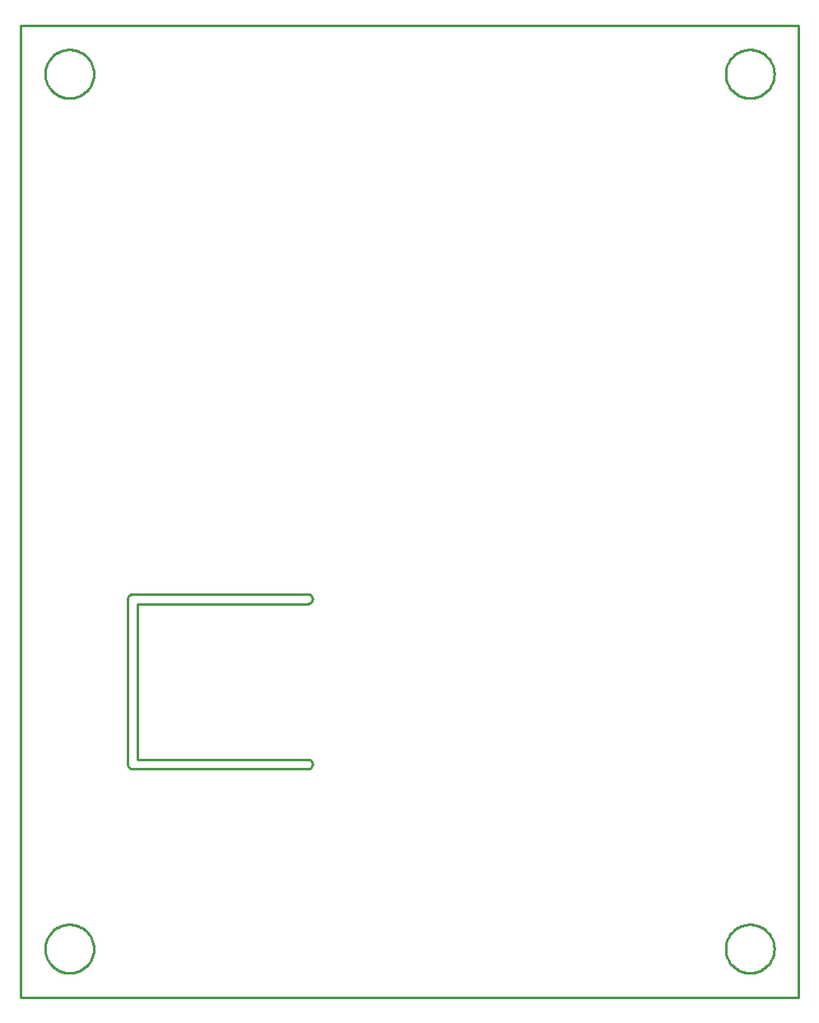
<source format=gbr>
G04 EAGLE Gerber RS-274X export*
G75*
%MOMM*%
%FSLAX34Y34*%
%LPD*%
%IN*%
%IPPOS*%
%AMOC8*
5,1,8,0,0,1.08239X$1,22.5*%
G01*
%ADD10C,0.254000*%


D10*
X0Y0D02*
X800000Y0D01*
X800000Y1000000D01*
X0Y1000000D01*
X0Y0D01*
X110000Y240000D02*
X110019Y239564D01*
X110076Y239132D01*
X110170Y238706D01*
X110302Y238290D01*
X110468Y237887D01*
X110670Y237500D01*
X110904Y237132D01*
X111170Y236786D01*
X111464Y236464D01*
X111786Y236170D01*
X112132Y235904D01*
X112500Y235670D01*
X112887Y235468D01*
X113290Y235302D01*
X113706Y235170D01*
X114132Y235076D01*
X114564Y235019D01*
X115000Y235000D01*
X295000Y235000D01*
X295436Y235019D01*
X295868Y235076D01*
X296294Y235170D01*
X296710Y235302D01*
X297113Y235468D01*
X297500Y235670D01*
X297868Y235904D01*
X298214Y236170D01*
X298536Y236464D01*
X298830Y236786D01*
X299096Y237132D01*
X299330Y237500D01*
X299532Y237887D01*
X299698Y238290D01*
X299830Y238706D01*
X299924Y239132D01*
X299981Y239564D01*
X300000Y240000D01*
X299981Y240436D01*
X299924Y240868D01*
X299830Y241294D01*
X299698Y241710D01*
X299532Y242113D01*
X299330Y242500D01*
X299096Y242868D01*
X298830Y243214D01*
X298536Y243536D01*
X298214Y243830D01*
X297868Y244096D01*
X297500Y244330D01*
X297113Y244532D01*
X296710Y244698D01*
X296294Y244830D01*
X295868Y244924D01*
X295436Y244981D01*
X295000Y245000D01*
X120000Y245000D01*
X120000Y405000D01*
X295000Y405000D01*
X295436Y405019D01*
X295868Y405076D01*
X296294Y405170D01*
X296710Y405302D01*
X297113Y405468D01*
X297500Y405670D01*
X297868Y405904D01*
X298214Y406170D01*
X298536Y406464D01*
X298830Y406786D01*
X299096Y407132D01*
X299330Y407500D01*
X299532Y407887D01*
X299698Y408290D01*
X299830Y408706D01*
X299924Y409132D01*
X299981Y409564D01*
X300000Y410000D01*
X299981Y410436D01*
X299924Y410868D01*
X299830Y411294D01*
X299698Y411710D01*
X299532Y412113D01*
X299330Y412500D01*
X299096Y412868D01*
X298830Y413214D01*
X298536Y413536D01*
X298214Y413830D01*
X297868Y414096D01*
X297500Y414330D01*
X297113Y414532D01*
X296710Y414698D01*
X296294Y414830D01*
X295868Y414924D01*
X295436Y414981D01*
X295000Y415000D01*
X115000Y415000D01*
X114564Y414981D01*
X114132Y414924D01*
X113706Y414830D01*
X113290Y414698D01*
X112887Y414532D01*
X112500Y414330D01*
X112132Y414096D01*
X111786Y413830D01*
X111464Y413536D01*
X111170Y413214D01*
X110904Y412868D01*
X110670Y412500D01*
X110468Y412113D01*
X110302Y411710D01*
X110170Y411294D01*
X110076Y410868D01*
X110019Y410436D01*
X110000Y410000D01*
X110000Y240000D01*
X75000Y49299D02*
X74921Y47898D01*
X74764Y46504D01*
X74529Y45121D01*
X74217Y43753D01*
X73829Y42405D01*
X73365Y41081D01*
X72829Y39785D01*
X72220Y38521D01*
X71541Y37293D01*
X70795Y36105D01*
X69983Y34961D01*
X69108Y33864D01*
X68174Y32818D01*
X67182Y31826D01*
X66136Y30892D01*
X65039Y30017D01*
X63895Y29205D01*
X62707Y28459D01*
X61479Y27780D01*
X60215Y27171D01*
X58919Y26635D01*
X57595Y26171D01*
X56247Y25783D01*
X54879Y25471D01*
X53496Y25236D01*
X52102Y25079D01*
X50701Y25000D01*
X49299Y25000D01*
X47898Y25079D01*
X46504Y25236D01*
X45121Y25471D01*
X43753Y25783D01*
X42405Y26171D01*
X41081Y26635D01*
X39785Y27171D01*
X38521Y27780D01*
X37293Y28459D01*
X36105Y29205D01*
X34961Y30017D01*
X33864Y30892D01*
X32818Y31826D01*
X31826Y32818D01*
X30892Y33864D01*
X30017Y34961D01*
X29205Y36105D01*
X28459Y37293D01*
X27780Y38521D01*
X27171Y39785D01*
X26635Y41081D01*
X26171Y42405D01*
X25783Y43753D01*
X25471Y45121D01*
X25236Y46504D01*
X25079Y47898D01*
X25000Y49299D01*
X25000Y50701D01*
X25079Y52102D01*
X25236Y53496D01*
X25471Y54879D01*
X25783Y56247D01*
X26171Y57595D01*
X26635Y58919D01*
X27171Y60215D01*
X27780Y61479D01*
X28459Y62707D01*
X29205Y63895D01*
X30017Y65039D01*
X30892Y66136D01*
X31826Y67182D01*
X32818Y68174D01*
X33864Y69108D01*
X34961Y69983D01*
X36105Y70795D01*
X37293Y71541D01*
X38521Y72220D01*
X39785Y72829D01*
X41081Y73365D01*
X42405Y73829D01*
X43753Y74217D01*
X45121Y74529D01*
X46504Y74764D01*
X47898Y74921D01*
X49299Y75000D01*
X50701Y75000D01*
X52102Y74921D01*
X53496Y74764D01*
X54879Y74529D01*
X56247Y74217D01*
X57595Y73829D01*
X58919Y73365D01*
X60215Y72829D01*
X61479Y72220D01*
X62707Y71541D01*
X63895Y70795D01*
X65039Y69983D01*
X66136Y69108D01*
X67182Y68174D01*
X68174Y67182D01*
X69108Y66136D01*
X69983Y65039D01*
X70795Y63895D01*
X71541Y62707D01*
X72220Y61479D01*
X72829Y60215D01*
X73365Y58919D01*
X73829Y57595D01*
X74217Y56247D01*
X74529Y54879D01*
X74764Y53496D01*
X74921Y52102D01*
X75000Y50701D01*
X75000Y49299D01*
X775000Y49299D02*
X774921Y47898D01*
X774764Y46504D01*
X774529Y45121D01*
X774217Y43753D01*
X773829Y42405D01*
X773365Y41081D01*
X772829Y39785D01*
X772220Y38521D01*
X771541Y37293D01*
X770795Y36105D01*
X769983Y34961D01*
X769108Y33864D01*
X768174Y32818D01*
X767182Y31826D01*
X766136Y30892D01*
X765039Y30017D01*
X763895Y29205D01*
X762707Y28459D01*
X761479Y27780D01*
X760215Y27171D01*
X758919Y26635D01*
X757595Y26171D01*
X756247Y25783D01*
X754879Y25471D01*
X753496Y25236D01*
X752102Y25079D01*
X750701Y25000D01*
X749299Y25000D01*
X747898Y25079D01*
X746504Y25236D01*
X745121Y25471D01*
X743753Y25783D01*
X742405Y26171D01*
X741081Y26635D01*
X739785Y27171D01*
X738521Y27780D01*
X737293Y28459D01*
X736105Y29205D01*
X734961Y30017D01*
X733864Y30892D01*
X732818Y31826D01*
X731826Y32818D01*
X730892Y33864D01*
X730017Y34961D01*
X729205Y36105D01*
X728459Y37293D01*
X727780Y38521D01*
X727171Y39785D01*
X726635Y41081D01*
X726171Y42405D01*
X725783Y43753D01*
X725471Y45121D01*
X725236Y46504D01*
X725079Y47898D01*
X725000Y49299D01*
X725000Y50701D01*
X725079Y52102D01*
X725236Y53496D01*
X725471Y54879D01*
X725783Y56247D01*
X726171Y57595D01*
X726635Y58919D01*
X727171Y60215D01*
X727780Y61479D01*
X728459Y62707D01*
X729205Y63895D01*
X730017Y65039D01*
X730892Y66136D01*
X731826Y67182D01*
X732818Y68174D01*
X733864Y69108D01*
X734961Y69983D01*
X736105Y70795D01*
X737293Y71541D01*
X738521Y72220D01*
X739785Y72829D01*
X741081Y73365D01*
X742405Y73829D01*
X743753Y74217D01*
X745121Y74529D01*
X746504Y74764D01*
X747898Y74921D01*
X749299Y75000D01*
X750701Y75000D01*
X752102Y74921D01*
X753496Y74764D01*
X754879Y74529D01*
X756247Y74217D01*
X757595Y73829D01*
X758919Y73365D01*
X760215Y72829D01*
X761479Y72220D01*
X762707Y71541D01*
X763895Y70795D01*
X765039Y69983D01*
X766136Y69108D01*
X767182Y68174D01*
X768174Y67182D01*
X769108Y66136D01*
X769983Y65039D01*
X770795Y63895D01*
X771541Y62707D01*
X772220Y61479D01*
X772829Y60215D01*
X773365Y58919D01*
X773829Y57595D01*
X774217Y56247D01*
X774529Y54879D01*
X774764Y53496D01*
X774921Y52102D01*
X775000Y50701D01*
X775000Y49299D01*
X775000Y949299D02*
X774921Y947898D01*
X774764Y946504D01*
X774529Y945121D01*
X774217Y943753D01*
X773829Y942405D01*
X773365Y941081D01*
X772829Y939785D01*
X772220Y938521D01*
X771541Y937293D01*
X770795Y936105D01*
X769983Y934961D01*
X769108Y933864D01*
X768174Y932818D01*
X767182Y931826D01*
X766136Y930892D01*
X765039Y930017D01*
X763895Y929205D01*
X762707Y928459D01*
X761479Y927780D01*
X760215Y927171D01*
X758919Y926635D01*
X757595Y926171D01*
X756247Y925783D01*
X754879Y925471D01*
X753496Y925236D01*
X752102Y925079D01*
X750701Y925000D01*
X749299Y925000D01*
X747898Y925079D01*
X746504Y925236D01*
X745121Y925471D01*
X743753Y925783D01*
X742405Y926171D01*
X741081Y926635D01*
X739785Y927171D01*
X738521Y927780D01*
X737293Y928459D01*
X736105Y929205D01*
X734961Y930017D01*
X733864Y930892D01*
X732818Y931826D01*
X731826Y932818D01*
X730892Y933864D01*
X730017Y934961D01*
X729205Y936105D01*
X728459Y937293D01*
X727780Y938521D01*
X727171Y939785D01*
X726635Y941081D01*
X726171Y942405D01*
X725783Y943753D01*
X725471Y945121D01*
X725236Y946504D01*
X725079Y947898D01*
X725000Y949299D01*
X725000Y950701D01*
X725079Y952102D01*
X725236Y953496D01*
X725471Y954879D01*
X725783Y956247D01*
X726171Y957595D01*
X726635Y958919D01*
X727171Y960215D01*
X727780Y961479D01*
X728459Y962707D01*
X729205Y963895D01*
X730017Y965039D01*
X730892Y966136D01*
X731826Y967182D01*
X732818Y968174D01*
X733864Y969108D01*
X734961Y969983D01*
X736105Y970795D01*
X737293Y971541D01*
X738521Y972220D01*
X739785Y972829D01*
X741081Y973365D01*
X742405Y973829D01*
X743753Y974217D01*
X745121Y974529D01*
X746504Y974764D01*
X747898Y974921D01*
X749299Y975000D01*
X750701Y975000D01*
X752102Y974921D01*
X753496Y974764D01*
X754879Y974529D01*
X756247Y974217D01*
X757595Y973829D01*
X758919Y973365D01*
X760215Y972829D01*
X761479Y972220D01*
X762707Y971541D01*
X763895Y970795D01*
X765039Y969983D01*
X766136Y969108D01*
X767182Y968174D01*
X768174Y967182D01*
X769108Y966136D01*
X769983Y965039D01*
X770795Y963895D01*
X771541Y962707D01*
X772220Y961479D01*
X772829Y960215D01*
X773365Y958919D01*
X773829Y957595D01*
X774217Y956247D01*
X774529Y954879D01*
X774764Y953496D01*
X774921Y952102D01*
X775000Y950701D01*
X775000Y949299D01*
X75000Y949299D02*
X74921Y947898D01*
X74764Y946504D01*
X74529Y945121D01*
X74217Y943753D01*
X73829Y942405D01*
X73365Y941081D01*
X72829Y939785D01*
X72220Y938521D01*
X71541Y937293D01*
X70795Y936105D01*
X69983Y934961D01*
X69108Y933864D01*
X68174Y932818D01*
X67182Y931826D01*
X66136Y930892D01*
X65039Y930017D01*
X63895Y929205D01*
X62707Y928459D01*
X61479Y927780D01*
X60215Y927171D01*
X58919Y926635D01*
X57595Y926171D01*
X56247Y925783D01*
X54879Y925471D01*
X53496Y925236D01*
X52102Y925079D01*
X50701Y925000D01*
X49299Y925000D01*
X47898Y925079D01*
X46504Y925236D01*
X45121Y925471D01*
X43753Y925783D01*
X42405Y926171D01*
X41081Y926635D01*
X39785Y927171D01*
X38521Y927780D01*
X37293Y928459D01*
X36105Y929205D01*
X34961Y930017D01*
X33864Y930892D01*
X32818Y931826D01*
X31826Y932818D01*
X30892Y933864D01*
X30017Y934961D01*
X29205Y936105D01*
X28459Y937293D01*
X27780Y938521D01*
X27171Y939785D01*
X26635Y941081D01*
X26171Y942405D01*
X25783Y943753D01*
X25471Y945121D01*
X25236Y946504D01*
X25079Y947898D01*
X25000Y949299D01*
X25000Y950701D01*
X25079Y952102D01*
X25236Y953496D01*
X25471Y954879D01*
X25783Y956247D01*
X26171Y957595D01*
X26635Y958919D01*
X27171Y960215D01*
X27780Y961479D01*
X28459Y962707D01*
X29205Y963895D01*
X30017Y965039D01*
X30892Y966136D01*
X31826Y967182D01*
X32818Y968174D01*
X33864Y969108D01*
X34961Y969983D01*
X36105Y970795D01*
X37293Y971541D01*
X38521Y972220D01*
X39785Y972829D01*
X41081Y973365D01*
X42405Y973829D01*
X43753Y974217D01*
X45121Y974529D01*
X46504Y974764D01*
X47898Y974921D01*
X49299Y975000D01*
X50701Y975000D01*
X52102Y974921D01*
X53496Y974764D01*
X54879Y974529D01*
X56247Y974217D01*
X57595Y973829D01*
X58919Y973365D01*
X60215Y972829D01*
X61479Y972220D01*
X62707Y971541D01*
X63895Y970795D01*
X65039Y969983D01*
X66136Y969108D01*
X67182Y968174D01*
X68174Y967182D01*
X69108Y966136D01*
X69983Y965039D01*
X70795Y963895D01*
X71541Y962707D01*
X72220Y961479D01*
X72829Y960215D01*
X73365Y958919D01*
X73829Y957595D01*
X74217Y956247D01*
X74529Y954879D01*
X74764Y953496D01*
X74921Y952102D01*
X75000Y950701D01*
X75000Y949299D01*
M02*

</source>
